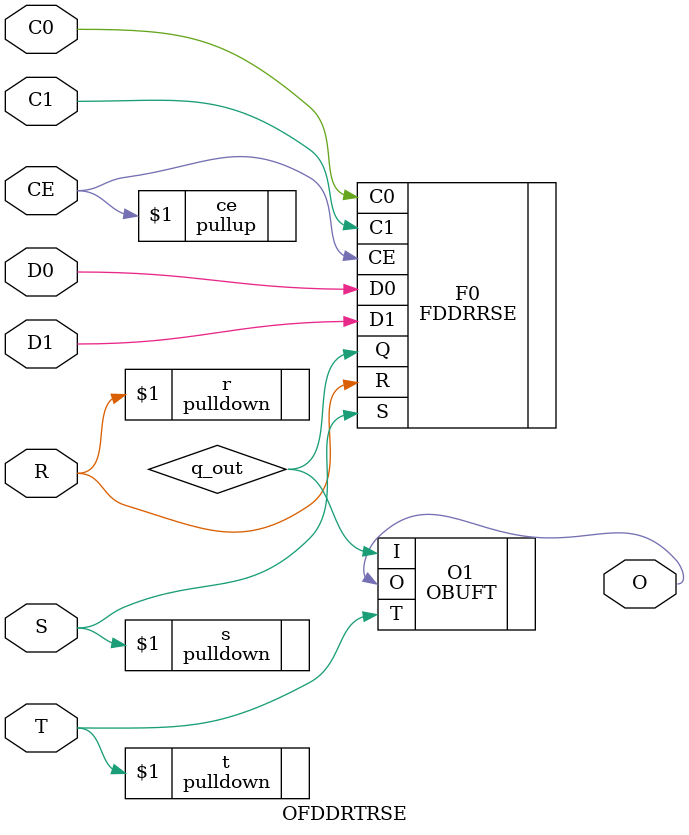
<source format=v>

/*

FUNCTION	: Dual Data Rate output D-FLIP-FLOP with sync reset, sync set and clock enable

*/

`celldefine
`timescale  100 ps / 10 ps

module OFDDRTRSE (O, C0, C1, CE, D0, D1, R, S, T);

    output O;

    input  C0, C1, CE, D0, D1, R, S, T;

    wire   q_out;

    pulldown r (R);
    pulldown s (S);
    pulldown t (T);
    pullup ce (CE);
    
    FDDRRSE F0 (.C0(C0),
	.C1(C1),
	.CE(CE),
	.R(R),
	.D0(D0),
	.D1(D1),
	.S(S),
	.Q(q_out));
//    defparam F0.INIT = 1'b0;

    OBUFT O1 (.I(q_out),
	.T(T),
	.O(O));

endmodule

</source>
